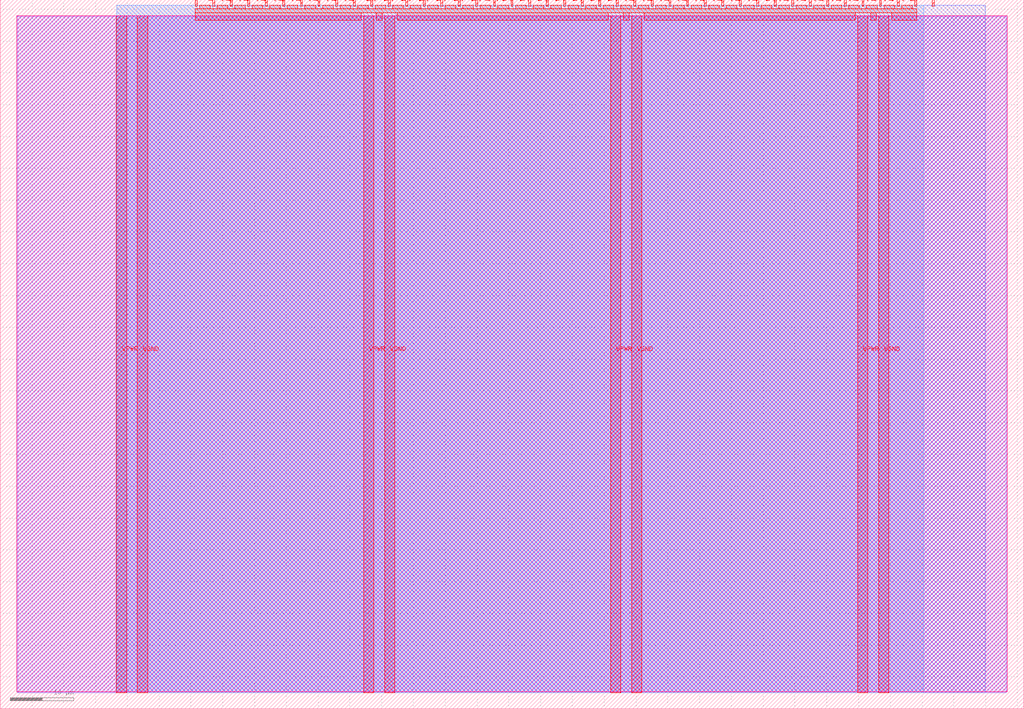
<source format=lef>
VERSION 5.7 ;
  NOWIREEXTENSIONATPIN ON ;
  DIVIDERCHAR "/" ;
  BUSBITCHARS "[]" ;
MACRO tt_um_wokwi_442977573680692225
  CLASS BLOCK ;
  FOREIGN tt_um_wokwi_442977573680692225 ;
  ORIGIN 0.000 0.000 ;
  SIZE 161.000 BY 111.520 ;
  PIN VGND
    DIRECTION INOUT ;
    USE GROUND ;
    PORT
      LAYER met4 ;
        RECT 21.580 2.480 23.180 109.040 ;
    END
    PORT
      LAYER met4 ;
        RECT 60.450 2.480 62.050 109.040 ;
    END
    PORT
      LAYER met4 ;
        RECT 99.320 2.480 100.920 109.040 ;
    END
    PORT
      LAYER met4 ;
        RECT 138.190 2.480 139.790 109.040 ;
    END
  END VGND
  PIN VPWR
    DIRECTION INOUT ;
    USE POWER ;
    PORT
      LAYER met4 ;
        RECT 18.280 2.480 19.880 109.040 ;
    END
    PORT
      LAYER met4 ;
        RECT 57.150 2.480 58.750 109.040 ;
    END
    PORT
      LAYER met4 ;
        RECT 96.020 2.480 97.620 109.040 ;
    END
    PORT
      LAYER met4 ;
        RECT 134.890 2.480 136.490 109.040 ;
    END
  END VPWR
  PIN clk
    DIRECTION INPUT ;
    USE SIGNAL ;
    ANTENNAGATEAREA 0.159000 ;
    PORT
      LAYER met4 ;
        RECT 143.830 110.520 144.130 111.520 ;
    END
  END clk
  PIN ena
    DIRECTION INPUT ;
    USE SIGNAL ;
    PORT
      LAYER met4 ;
        RECT 146.590 110.520 146.890 111.520 ;
    END
  END ena
  PIN rst_n
    DIRECTION INPUT ;
    USE SIGNAL ;
    PORT
      LAYER met4 ;
        RECT 141.070 110.520 141.370 111.520 ;
    END
  END rst_n
  PIN ui_in[0]
    DIRECTION INPUT ;
    USE SIGNAL ;
    ANTENNAGATEAREA 0.196500 ;
    PORT
      LAYER met4 ;
        RECT 138.310 110.520 138.610 111.520 ;
    END
  END ui_in[0]
  PIN ui_in[1]
    DIRECTION INPUT ;
    USE SIGNAL ;
    ANTENNAGATEAREA 0.196500 ;
    PORT
      LAYER met4 ;
        RECT 135.550 110.520 135.850 111.520 ;
    END
  END ui_in[1]
  PIN ui_in[2]
    DIRECTION INPUT ;
    USE SIGNAL ;
    ANTENNAGATEAREA 0.196500 ;
    PORT
      LAYER met4 ;
        RECT 132.790 110.520 133.090 111.520 ;
    END
  END ui_in[2]
  PIN ui_in[3]
    DIRECTION INPUT ;
    USE SIGNAL ;
    PORT
      LAYER met4 ;
        RECT 130.030 110.520 130.330 111.520 ;
    END
  END ui_in[3]
  PIN ui_in[4]
    DIRECTION INPUT ;
    USE SIGNAL ;
    PORT
      LAYER met4 ;
        RECT 127.270 110.520 127.570 111.520 ;
    END
  END ui_in[4]
  PIN ui_in[5]
    DIRECTION INPUT ;
    USE SIGNAL ;
    ANTENNAGATEAREA 0.196500 ;
    PORT
      LAYER met4 ;
        RECT 124.510 110.520 124.810 111.520 ;
    END
  END ui_in[5]
  PIN ui_in[6]
    DIRECTION INPUT ;
    USE SIGNAL ;
    PORT
      LAYER met4 ;
        RECT 121.750 110.520 122.050 111.520 ;
    END
  END ui_in[6]
  PIN ui_in[7]
    DIRECTION INPUT ;
    USE SIGNAL ;
    ANTENNAGATEAREA 0.196500 ;
    PORT
      LAYER met4 ;
        RECT 118.990 110.520 119.290 111.520 ;
    END
  END ui_in[7]
  PIN uio_in[0]
    DIRECTION INPUT ;
    USE SIGNAL ;
    PORT
      LAYER met4 ;
        RECT 116.230 110.520 116.530 111.520 ;
    END
  END uio_in[0]
  PIN uio_in[1]
    DIRECTION INPUT ;
    USE SIGNAL ;
    PORT
      LAYER met4 ;
        RECT 113.470 110.520 113.770 111.520 ;
    END
  END uio_in[1]
  PIN uio_in[2]
    DIRECTION INPUT ;
    USE SIGNAL ;
    PORT
      LAYER met4 ;
        RECT 110.710 110.520 111.010 111.520 ;
    END
  END uio_in[2]
  PIN uio_in[3]
    DIRECTION INPUT ;
    USE SIGNAL ;
    PORT
      LAYER met4 ;
        RECT 107.950 110.520 108.250 111.520 ;
    END
  END uio_in[3]
  PIN uio_in[4]
    DIRECTION INPUT ;
    USE SIGNAL ;
    PORT
      LAYER met4 ;
        RECT 105.190 110.520 105.490 111.520 ;
    END
  END uio_in[4]
  PIN uio_in[5]
    DIRECTION INPUT ;
    USE SIGNAL ;
    PORT
      LAYER met4 ;
        RECT 102.430 110.520 102.730 111.520 ;
    END
  END uio_in[5]
  PIN uio_in[6]
    DIRECTION INPUT ;
    USE SIGNAL ;
    PORT
      LAYER met4 ;
        RECT 99.670 110.520 99.970 111.520 ;
    END
  END uio_in[6]
  PIN uio_in[7]
    DIRECTION INPUT ;
    USE SIGNAL ;
    PORT
      LAYER met4 ;
        RECT 96.910 110.520 97.210 111.520 ;
    END
  END uio_in[7]
  PIN uio_oe[0]
    DIRECTION OUTPUT ;
    USE SIGNAL ;
    PORT
      LAYER met4 ;
        RECT 49.990 110.520 50.290 111.520 ;
    END
  END uio_oe[0]
  PIN uio_oe[1]
    DIRECTION OUTPUT ;
    USE SIGNAL ;
    PORT
      LAYER met4 ;
        RECT 47.230 110.520 47.530 111.520 ;
    END
  END uio_oe[1]
  PIN uio_oe[2]
    DIRECTION OUTPUT ;
    USE SIGNAL ;
    PORT
      LAYER met4 ;
        RECT 44.470 110.520 44.770 111.520 ;
    END
  END uio_oe[2]
  PIN uio_oe[3]
    DIRECTION OUTPUT ;
    USE SIGNAL ;
    PORT
      LAYER met4 ;
        RECT 41.710 110.520 42.010 111.520 ;
    END
  END uio_oe[3]
  PIN uio_oe[4]
    DIRECTION OUTPUT ;
    USE SIGNAL ;
    PORT
      LAYER met4 ;
        RECT 38.950 110.520 39.250 111.520 ;
    END
  END uio_oe[4]
  PIN uio_oe[5]
    DIRECTION OUTPUT ;
    USE SIGNAL ;
    PORT
      LAYER met4 ;
        RECT 36.190 110.520 36.490 111.520 ;
    END
  END uio_oe[5]
  PIN uio_oe[6]
    DIRECTION OUTPUT ;
    USE SIGNAL ;
    PORT
      LAYER met4 ;
        RECT 33.430 110.520 33.730 111.520 ;
    END
  END uio_oe[6]
  PIN uio_oe[7]
    DIRECTION OUTPUT ;
    USE SIGNAL ;
    PORT
      LAYER met4 ;
        RECT 30.670 110.520 30.970 111.520 ;
    END
  END uio_oe[7]
  PIN uio_out[0]
    DIRECTION OUTPUT ;
    USE SIGNAL ;
    PORT
      LAYER met4 ;
        RECT 72.070 110.520 72.370 111.520 ;
    END
  END uio_out[0]
  PIN uio_out[1]
    DIRECTION OUTPUT ;
    USE SIGNAL ;
    PORT
      LAYER met4 ;
        RECT 69.310 110.520 69.610 111.520 ;
    END
  END uio_out[1]
  PIN uio_out[2]
    DIRECTION OUTPUT ;
    USE SIGNAL ;
    PORT
      LAYER met4 ;
        RECT 66.550 110.520 66.850 111.520 ;
    END
  END uio_out[2]
  PIN uio_out[3]
    DIRECTION OUTPUT ;
    USE SIGNAL ;
    PORT
      LAYER met4 ;
        RECT 63.790 110.520 64.090 111.520 ;
    END
  END uio_out[3]
  PIN uio_out[4]
    DIRECTION OUTPUT ;
    USE SIGNAL ;
    PORT
      LAYER met4 ;
        RECT 61.030 110.520 61.330 111.520 ;
    END
  END uio_out[4]
  PIN uio_out[5]
    DIRECTION OUTPUT ;
    USE SIGNAL ;
    PORT
      LAYER met4 ;
        RECT 58.270 110.520 58.570 111.520 ;
    END
  END uio_out[5]
  PIN uio_out[6]
    DIRECTION OUTPUT ;
    USE SIGNAL ;
    PORT
      LAYER met4 ;
        RECT 55.510 110.520 55.810 111.520 ;
    END
  END uio_out[6]
  PIN uio_out[7]
    DIRECTION OUTPUT ;
    USE SIGNAL ;
    PORT
      LAYER met4 ;
        RECT 52.750 110.520 53.050 111.520 ;
    END
  END uio_out[7]
  PIN uo_out[0]
    DIRECTION OUTPUT ;
    USE SIGNAL ;
    ANTENNADIFFAREA 0.795200 ;
    PORT
      LAYER met4 ;
        RECT 94.150 110.520 94.450 111.520 ;
    END
  END uo_out[0]
  PIN uo_out[1]
    DIRECTION OUTPUT ;
    USE SIGNAL ;
    PORT
      LAYER met4 ;
        RECT 91.390 110.520 91.690 111.520 ;
    END
  END uo_out[1]
  PIN uo_out[2]
    DIRECTION OUTPUT ;
    USE SIGNAL ;
    PORT
      LAYER met4 ;
        RECT 88.630 110.520 88.930 111.520 ;
    END
  END uo_out[2]
  PIN uo_out[3]
    DIRECTION OUTPUT ;
    USE SIGNAL ;
    ANTENNADIFFAREA 0.445500 ;
    PORT
      LAYER met4 ;
        RECT 85.870 110.520 86.170 111.520 ;
    END
  END uo_out[3]
  PIN uo_out[4]
    DIRECTION OUTPUT ;
    USE SIGNAL ;
    ANTENNADIFFAREA 0.445500 ;
    PORT
      LAYER met4 ;
        RECT 83.110 110.520 83.410 111.520 ;
    END
  END uo_out[4]
  PIN uo_out[5]
    DIRECTION OUTPUT ;
    USE SIGNAL ;
    PORT
      LAYER met4 ;
        RECT 80.350 110.520 80.650 111.520 ;
    END
  END uo_out[5]
  PIN uo_out[6]
    DIRECTION OUTPUT ;
    USE SIGNAL ;
    PORT
      LAYER met4 ;
        RECT 77.590 110.520 77.890 111.520 ;
    END
  END uo_out[6]
  PIN uo_out[7]
    DIRECTION OUTPUT ;
    USE SIGNAL ;
    ANTENNADIFFAREA 0.445500 ;
    PORT
      LAYER met4 ;
        RECT 74.830 110.520 75.130 111.520 ;
    END
  END uo_out[7]
  OBS
      LAYER nwell ;
        RECT 2.570 2.635 158.430 108.990 ;
      LAYER li1 ;
        RECT 2.760 2.635 158.240 108.885 ;
      LAYER met1 ;
        RECT 2.760 2.480 158.240 109.040 ;
      LAYER met2 ;
        RECT 18.310 2.535 154.920 110.685 ;
      LAYER met3 ;
        RECT 18.290 2.555 145.295 110.665 ;
      LAYER met4 ;
        RECT 31.370 110.120 33.030 110.665 ;
        RECT 34.130 110.120 35.790 110.665 ;
        RECT 36.890 110.120 38.550 110.665 ;
        RECT 39.650 110.120 41.310 110.665 ;
        RECT 42.410 110.120 44.070 110.665 ;
        RECT 45.170 110.120 46.830 110.665 ;
        RECT 47.930 110.120 49.590 110.665 ;
        RECT 50.690 110.120 52.350 110.665 ;
        RECT 53.450 110.120 55.110 110.665 ;
        RECT 56.210 110.120 57.870 110.665 ;
        RECT 58.970 110.120 60.630 110.665 ;
        RECT 61.730 110.120 63.390 110.665 ;
        RECT 64.490 110.120 66.150 110.665 ;
        RECT 67.250 110.120 68.910 110.665 ;
        RECT 70.010 110.120 71.670 110.665 ;
        RECT 72.770 110.120 74.430 110.665 ;
        RECT 75.530 110.120 77.190 110.665 ;
        RECT 78.290 110.120 79.950 110.665 ;
        RECT 81.050 110.120 82.710 110.665 ;
        RECT 83.810 110.120 85.470 110.665 ;
        RECT 86.570 110.120 88.230 110.665 ;
        RECT 89.330 110.120 90.990 110.665 ;
        RECT 92.090 110.120 93.750 110.665 ;
        RECT 94.850 110.120 96.510 110.665 ;
        RECT 97.610 110.120 99.270 110.665 ;
        RECT 100.370 110.120 102.030 110.665 ;
        RECT 103.130 110.120 104.790 110.665 ;
        RECT 105.890 110.120 107.550 110.665 ;
        RECT 108.650 110.120 110.310 110.665 ;
        RECT 111.410 110.120 113.070 110.665 ;
        RECT 114.170 110.120 115.830 110.665 ;
        RECT 116.930 110.120 118.590 110.665 ;
        RECT 119.690 110.120 121.350 110.665 ;
        RECT 122.450 110.120 124.110 110.665 ;
        RECT 125.210 110.120 126.870 110.665 ;
        RECT 127.970 110.120 129.630 110.665 ;
        RECT 130.730 110.120 132.390 110.665 ;
        RECT 133.490 110.120 135.150 110.665 ;
        RECT 136.250 110.120 137.910 110.665 ;
        RECT 139.010 110.120 140.670 110.665 ;
        RECT 141.770 110.120 143.430 110.665 ;
        RECT 30.655 109.440 144.145 110.120 ;
        RECT 30.655 108.295 56.750 109.440 ;
        RECT 59.150 108.295 60.050 109.440 ;
        RECT 62.450 108.295 95.620 109.440 ;
        RECT 98.020 108.295 98.920 109.440 ;
        RECT 101.320 108.295 134.490 109.440 ;
        RECT 136.890 108.295 137.790 109.440 ;
        RECT 140.190 108.295 144.145 109.440 ;
  END
END tt_um_wokwi_442977573680692225
END LIBRARY


</source>
